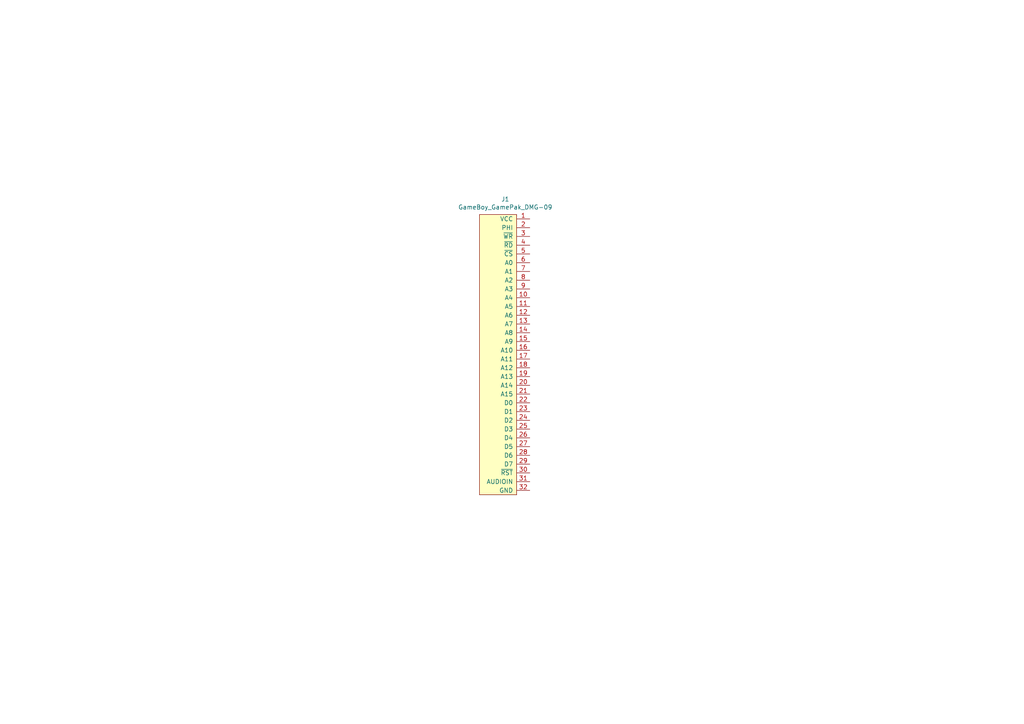
<source format=kicad_sch>
(kicad_sch (version 20211123) (generator eeschema)
  (paper "A4")
  (lib_symbols
    (symbol "Connector_GameBoy:GameBoy_GamePak_DMG-09" (pin_names (offset 1.016))
      (property "Reference" "J" (at -1.27 41.91 0))
      (property "Value" "GameBoy_GamePak_DMG-09" (at -4.445 -42.545 0))
      (symbol "GameBoy_GamePak_DMG-09_0_1"
        (rectangle (start 0 40.64) (end -10.795 -40.64) (fill (type background)))
      )
      (symbol "GameBoy_GamePak_DMG-09_1_1"
        (pin passive line (at 3.81 39.37 180) (length 3.81) (name "VCC") (number "1"))
        (pin passive line (at 3.81 16.51 180) (length 3.81) (name "A4") (number "10"))
        (pin passive line (at 3.81 13.97 180) (length 3.81) (name "A5") (number "11"))
        (pin passive line (at 3.81 11.43 180) (length 3.81) (name "A6") (number "12"))
        (pin passive line (at 3.81 8.89 180) (length 3.81) (name "A7") (number "13"))
        (pin passive line (at 3.81 6.35 180) (length 3.81) (name "A8") (number "14"))
        (pin passive line (at 3.81 3.81 180) (length 3.81) (name "A9") (number "15"))
        (pin passive line (at 3.81 1.27 180) (length 3.81) (name "A10") (number "16"))
        (pin passive line (at 3.81 -1.27 180) (length 3.81) (name "A11") (number "17"))
        (pin passive line (at 3.81 -3.81 180) (length 3.81) (name "A12") (number "18"))
        (pin passive line (at 3.81 -6.35 180) (length 3.81) (name "A13") (number "19"))
        (pin passive line (at 3.81 36.83 180) (length 3.81) (name "PHI") (number "2"))
        (pin passive line (at 3.81 -8.89 180) (length 3.81) (name "A14") (number "20"))
        (pin passive line (at 3.81 -11.43 180) (length 3.81) (name "A15") (number "21"))
        (pin passive line (at 3.81 -13.97 180) (length 3.81) (name "D0") (number "22"))
        (pin passive line (at 3.81 -16.51 180) (length 3.81) (name "D1") (number "23"))
        (pin passive line (at 3.81 -19.05 180) (length 3.81) (name "D2") (number "24"))
        (pin passive line (at 3.81 -21.59 180) (length 3.81) (name "D3") (number "25"))
        (pin passive line (at 3.81 -24.13 180) (length 3.81) (name "D4") (number "26"))
        (pin passive line (at 3.81 -26.67 180) (length 3.81) (name "D5") (number "27"))
        (pin passive line (at 3.81 -29.21 180) (length 3.81) (name "D6") (number "28"))
        (pin passive line (at 3.81 -31.75 180) (length 3.81) (name "D7") (number "29"))
        (pin passive line (at 3.81 34.29 180) (length 3.81) (name "~{WR}") (number "3"))
        (pin passive line (at 3.81 -34.29 180) (length 3.81) (name "~{RST}") (number "30"))
        (pin passive line (at 3.81 -36.83 180) (length 3.81) (name "AUDIOIN") (number "31"))
        (pin passive line (at 3.81 -39.37 180) (length 3.81) (name "GND") (number "32"))
        (pin passive line (at 3.81 31.75 180) (length 3.81) (name "~{RD}") (number "4"))
        (pin passive line (at 3.81 29.21 180) (length 3.81) (name "~{CS}") (number "5"))
        (pin passive line (at 3.81 26.67 180) (length 3.81) (name "A0") (number "6"))
        (pin passive line (at 3.81 24.13 180) (length 3.81) (name "A1") (number "7"))
        (pin passive line (at 3.81 21.59 180) (length 3.81) (name "A2") (number "8"))
        (pin passive line (at 3.81 19.05 180) (length 3.81) (name "A3") (number "9"))
      )
    )
  )
  (symbol (lib_id "Connector_GameBoy:GameBoy_GamePak_DMG-09") (at 149.86 102.87 0) (unit 1)
    (property "Reference" "J1" (at 146.558 57.785 0))
    (property "Value" "GameBoy_GamePak_DMG-09" (at 146.558 60.0964 0))
    (property "Footprint" "Connector_GameBoy:GameBoy_GamePak_DMG-09_P1.50mm_Edge" (effects hide))
  )
)
</source>
